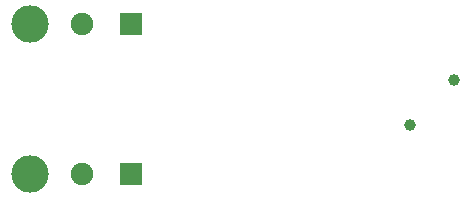
<source format=gbl>
G04*
G04 #@! TF.GenerationSoftware,Altium Limited,Altium Designer,20.0.11 (256)*
G04*
G04 Layer_Physical_Order=2*
G04 Layer_Color=16711680*
%FSLAX25Y25*%
%MOIN*%
G70*
G01*
G75*
%ADD28C,0.03937*%
%ADD29R,0.07500X0.07500*%
%ADD30C,0.07500*%
%ADD31C,0.12500*%
D28*
X152587Y48587D02*
D03*
X137732Y33726D02*
D03*
D29*
X45000Y17500D02*
D03*
Y67500D02*
D03*
D30*
X28701Y17500D02*
D03*
Y67500D02*
D03*
D31*
X11200Y17500D02*
D03*
Y67500D02*
D03*
M02*

</source>
